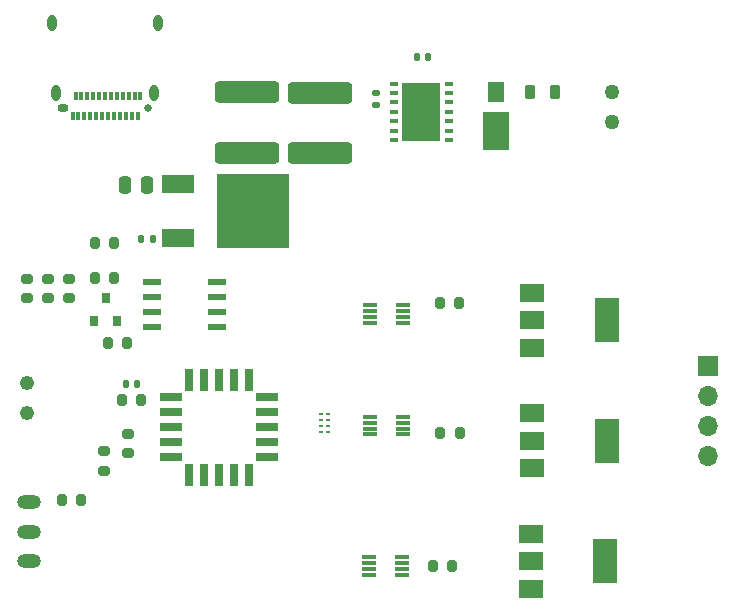
<source format=gts>
G04 #@! TF.GenerationSoftware,KiCad,Pcbnew,(6.0.1-0)*
G04 #@! TF.CreationDate,2022-05-03T07:14:09+06:00*
G04 #@! TF.ProjectId,Sound Sensor,536f756e-6420-4536-956e-736f722e6b69,rev?*
G04 #@! TF.SameCoordinates,Original*
G04 #@! TF.FileFunction,Soldermask,Top*
G04 #@! TF.FilePolarity,Negative*
%FSLAX46Y46*%
G04 Gerber Fmt 4.6, Leading zero omitted, Abs format (unit mm)*
G04 Created by KiCad (PCBNEW (6.0.1-0)) date 2022-05-03 07:14:09*
%MOMM*%
%LPD*%
G01*
G04 APERTURE LIST*
G04 Aperture macros list*
%AMRoundRect*
0 Rectangle with rounded corners*
0 $1 Rounding radius*
0 $2 $3 $4 $5 $6 $7 $8 $9 X,Y pos of 4 corners*
0 Add a 4 corners polygon primitive as box body*
4,1,4,$2,$3,$4,$5,$6,$7,$8,$9,$2,$3,0*
0 Add four circle primitives for the rounded corners*
1,1,$1+$1,$2,$3*
1,1,$1+$1,$4,$5*
1,1,$1+$1,$6,$7*
1,1,$1+$1,$8,$9*
0 Add four rect primitives between the rounded corners*
20,1,$1+$1,$2,$3,$4,$5,0*
20,1,$1+$1,$4,$5,$6,$7,0*
20,1,$1+$1,$6,$7,$8,$9,0*
20,1,$1+$1,$8,$9,$2,$3,0*%
G04 Aperture macros list end*
%ADD10RoundRect,0.200000X0.200000X0.275000X-0.200000X0.275000X-0.200000X-0.275000X0.200000X-0.275000X0*%
%ADD11RoundRect,0.140000X0.140000X0.170000X-0.140000X0.170000X-0.140000X-0.170000X0.140000X-0.170000X0*%
%ADD12O,2.000000X1.200000*%
%ADD13R,1.500000X0.600000*%
%ADD14RoundRect,0.250000X-2.450000X0.650000X-2.450000X-0.650000X2.450000X-0.650000X2.450000X0.650000X0*%
%ADD15RoundRect,0.200000X-0.200000X-0.275000X0.200000X-0.275000X0.200000X0.275000X-0.200000X0.275000X0*%
%ADD16R,0.800100X0.400050*%
%ADD17R,3.200001X5.000000*%
%ADD18RoundRect,0.250000X0.250000X0.475000X-0.250000X0.475000X-0.250000X-0.475000X0.250000X-0.475000X0*%
%ADD19RoundRect,0.200000X-0.275000X0.200000X-0.275000X-0.200000X0.275000X-0.200000X0.275000X0.200000X0*%
%ADD20RoundRect,0.140000X-0.140000X-0.170000X0.140000X-0.170000X0.140000X0.170000X-0.140000X0.170000X0*%
%ADD21RoundRect,0.140000X-0.170000X0.140000X-0.170000X-0.140000X0.170000X-0.140000X0.170000X0.140000X0*%
%ADD22RoundRect,0.008100X-0.551900X-0.126900X0.551900X-0.126900X0.551900X0.126900X-0.551900X0.126900X0*%
%ADD23O,0.950000X0.650000*%
%ADD24C,0.650000*%
%ADD25R,0.300000X0.700000*%
%ADD26O,0.800000X1.400000*%
%ADD27R,1.700000X1.700000*%
%ADD28O,1.700000X1.700000*%
%ADD29R,0.700000X1.925000*%
%ADD30R,1.925000X0.700000*%
%ADD31R,0.800000X0.900000*%
%ADD32R,2.000000X1.500000*%
%ADD33R,2.000000X3.800000*%
%ADD34RoundRect,0.218750X-0.218750X-0.381250X0.218750X-0.381250X0.218750X0.381250X-0.218750X0.381250X0*%
%ADD35R,0.350000X0.200000*%
%ADD36C,1.270000*%
%ADD37R,2.800000X1.500000*%
%ADD38R,6.100000X6.300000*%
%ADD39RoundRect,0.200000X0.275000X-0.200000X0.275000X0.200000X-0.275000X0.200000X-0.275000X-0.200000X0*%
%ADD40R,1.447800X1.701800*%
%ADD41R,2.209800X3.302000*%
%ADD42C,1.228000*%
G04 APERTURE END LIST*
D10*
X178115000Y-130670000D03*
X176465000Y-130670000D03*
D11*
X202390000Y-101609000D03*
X201430000Y-101609000D03*
D12*
X168620000Y-144330000D03*
X168620000Y-141830000D03*
X168620000Y-139330000D03*
D10*
X176895000Y-125850000D03*
X175245000Y-125850000D03*
D13*
X179010000Y-120735000D03*
X179010000Y-122005000D03*
X179010000Y-123275000D03*
X179010000Y-124545000D03*
X184510000Y-124545000D03*
X184510000Y-123275000D03*
X184510000Y-122005000D03*
X184510000Y-120735000D03*
D14*
X187020000Y-104639000D03*
X187020000Y-109739000D03*
X193210000Y-104669000D03*
X193210000Y-109769000D03*
D15*
X202755000Y-144740000D03*
X204405000Y-144740000D03*
D16*
X199520000Y-103890000D03*
X199520000Y-104690001D03*
X199520000Y-105489999D03*
X199520000Y-106290000D03*
X199520000Y-107089998D03*
X199520000Y-107889999D03*
X199520000Y-108690000D03*
X204120000Y-108690000D03*
X204120000Y-107889999D03*
X204120000Y-107090001D03*
X204120000Y-106290000D03*
X204120000Y-105490002D03*
X204120000Y-104690001D03*
X204120000Y-103890000D03*
D17*
X201820000Y-106290000D03*
D18*
X178620000Y-112480000D03*
X176720000Y-112480000D03*
D19*
X170240000Y-120405000D03*
X170240000Y-122055000D03*
D20*
X176790000Y-129310000D03*
X177750000Y-129310000D03*
D15*
X203425000Y-133520000D03*
X205075000Y-133520000D03*
D21*
X197990000Y-104729000D03*
X197990000Y-105689000D03*
D22*
X197445000Y-122640000D03*
X197445000Y-123140000D03*
X197445000Y-123640000D03*
X197445000Y-124140000D03*
X200255000Y-124140000D03*
X200255000Y-123640000D03*
X200255000Y-123140000D03*
X200255000Y-122640000D03*
D19*
X172000000Y-120405000D03*
X172000000Y-122055000D03*
D22*
X197385000Y-143990000D03*
X197385000Y-144490000D03*
X197385000Y-144990000D03*
X197385000Y-145490000D03*
X200195000Y-145490000D03*
X200195000Y-144990000D03*
X200195000Y-144490000D03*
X200195000Y-143990000D03*
D23*
X171430000Y-105960000D03*
D24*
X178630000Y-105960000D03*
D25*
X177780000Y-106620000D03*
X177280000Y-106620000D03*
X176780000Y-106620000D03*
X176280000Y-106620000D03*
X175780000Y-106620000D03*
X175280000Y-106620000D03*
X174780000Y-106620000D03*
X174280000Y-106620000D03*
X173780000Y-106620000D03*
X173280000Y-106620000D03*
X172780000Y-106620000D03*
X172280000Y-106620000D03*
X172530000Y-104920000D03*
X173030000Y-104920000D03*
X173530000Y-104920000D03*
X174030000Y-104920000D03*
X174530000Y-104920000D03*
X175030000Y-104920000D03*
X175530000Y-104920000D03*
X176030000Y-104920000D03*
X176530000Y-104920000D03*
X177030000Y-104920000D03*
X177530000Y-104920000D03*
X178030000Y-104920000D03*
D26*
X170540000Y-98760000D03*
X179520000Y-98760000D03*
X179160000Y-104710000D03*
X170900000Y-104710000D03*
D27*
X226100000Y-127780000D03*
D28*
X226100000Y-130320000D03*
X226100000Y-132860000D03*
X226100000Y-135400000D03*
D29*
X184670000Y-128957500D03*
X183400000Y-128957500D03*
X182130000Y-128957500D03*
D30*
X180617500Y-130470000D03*
X180617500Y-131740000D03*
X180617500Y-133010000D03*
X180617500Y-134280000D03*
X180617500Y-135550000D03*
D29*
X182130000Y-137062500D03*
X183400000Y-137062500D03*
X184670000Y-137062500D03*
X185940000Y-137062500D03*
X187210000Y-137062500D03*
D30*
X188722500Y-135550000D03*
X188722500Y-134280000D03*
X188722500Y-133010000D03*
X188722500Y-131740000D03*
X188722500Y-130470000D03*
D29*
X187210000Y-128957500D03*
X185940000Y-128957500D03*
D22*
X197445000Y-132100000D03*
X197445000Y-132600000D03*
X197445000Y-133100000D03*
X197445000Y-133600000D03*
X200255000Y-133600000D03*
X200255000Y-133100000D03*
X200255000Y-132600000D03*
X200255000Y-132100000D03*
D31*
X174130000Y-124030000D03*
X176030000Y-124030000D03*
X175080000Y-122030000D03*
D32*
X211100000Y-142050000D03*
X211100000Y-144350000D03*
X211100000Y-146650000D03*
D33*
X217400000Y-144350000D03*
D15*
X203355000Y-122480000D03*
X205005000Y-122480000D03*
D34*
X210997500Y-104569000D03*
X213122500Y-104569000D03*
D35*
X193280000Y-131870000D03*
X193280000Y-132370000D03*
X193280000Y-132870000D03*
X193280000Y-133370000D03*
X193880000Y-133370000D03*
X193880000Y-132870000D03*
X193880000Y-132370000D03*
X193880000Y-131870000D03*
D36*
X217990000Y-104640500D03*
X217990000Y-107140500D03*
D19*
X168380000Y-120425000D03*
X168380000Y-122075000D03*
D37*
X181242500Y-112437500D03*
D38*
X187542500Y-114717500D03*
D37*
X181242500Y-116997500D03*
D32*
X211220000Y-121640000D03*
X211220000Y-123940000D03*
X211220000Y-126240000D03*
D33*
X217520000Y-123940000D03*
D15*
X174155000Y-117420000D03*
X175805000Y-117420000D03*
D11*
X179070000Y-117060000D03*
X178110000Y-117060000D03*
D32*
X211220000Y-131820000D03*
X211220000Y-134120000D03*
X211220000Y-136420000D03*
D33*
X217520000Y-134120000D03*
D10*
X173025000Y-139140000D03*
X171375000Y-139140000D03*
D19*
X176950000Y-133555000D03*
X176950000Y-135205000D03*
D39*
X174980000Y-136695000D03*
X174980000Y-135045000D03*
D40*
X208103450Y-104620900D03*
D41*
X208103450Y-107884800D03*
D42*
X168390000Y-131775000D03*
X168390000Y-129275000D03*
D15*
X174165000Y-120370000D03*
X175815000Y-120370000D03*
M02*

</source>
